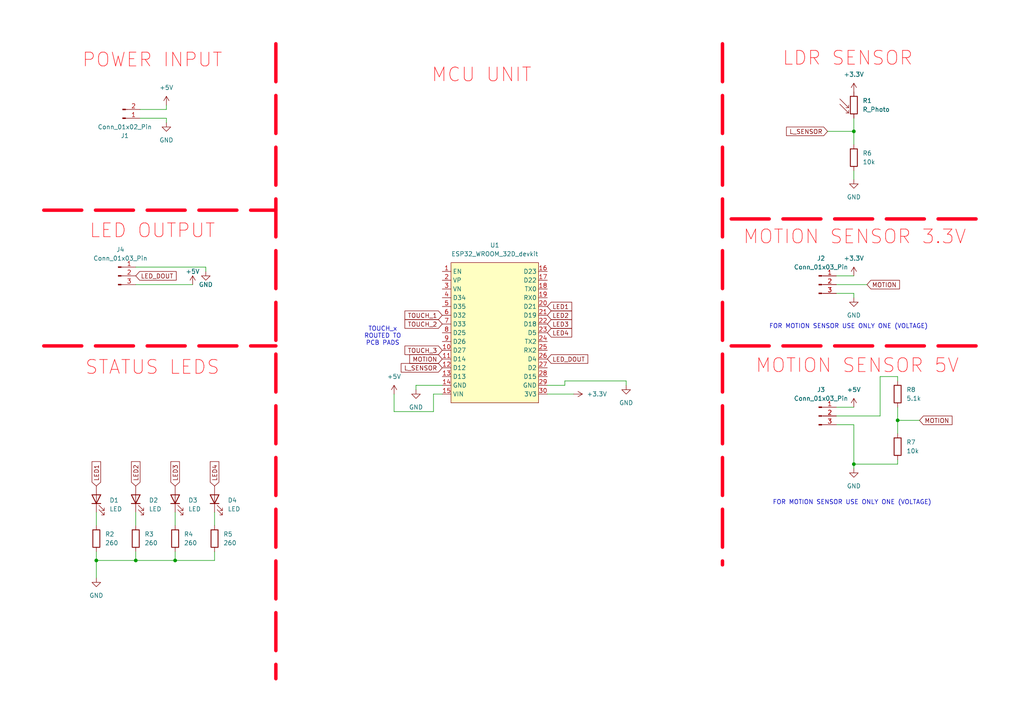
<source format=kicad_sch>
(kicad_sch (version 20231120) (generator "eeschema") (generator_version "8.0")
  (paper "A4")
  (lib_symbols
    (symbol "Connector:Conn_01x02_Pin" (pin_names (offset 1.016) hide)
      (property "Reference" "J" (at 0 2.54 0))
      (property "Value" "Conn_01x02_Pin" (at 0 -5.08 0))
      (symbol "Conn_01x02_Pin_1_1"
        (polyline (pts (xy 1.27 -2.54) (xy 0.8636 -2.54)) (stroke (width 0.1524)))
        (polyline (pts (xy 1.27 0) (xy 0.8636 0)) (stroke (width 0.1524)))
        (rectangle (start 0.8636 -2.413) (end 0 -2.667) (stroke (width 0.1524)) (fill (type outline)))
        (rectangle (start 0.8636 0.127) (end 0 -0.127) (stroke (width 0.1524)) (fill (type outline)))
        (pin passive line (at 5.08 0 180) (length 3.81) (name "Pin_1") (number "1"))
        (pin passive line (at 5.08 -2.54 180) (length 3.81) (name "Pin_2") (number "2"))
      )
    )
    (symbol "Connector:Conn_01x03_Pin" (pin_names (offset 1.016) hide)
      (property "Reference" "J" (at 0 5.08 0))
      (property "Value" "Conn_01x03_Pin" (at 0 -5.08 0))
      (symbol "Conn_01x03_Pin_1_1"
        (polyline (pts (xy 1.27 -2.54) (xy 0.8636 -2.54)) (stroke (width 0.1524)))
        (polyline (pts (xy 1.27 0) (xy 0.8636 0)) (stroke (width 0.1524)))
        (polyline (pts (xy 1.27 2.54) (xy 0.8636 2.54)) (stroke (width 0.1524)))
        (rectangle (start 0.8636 -2.413) (end 0 -2.667) (stroke (width 0.1524)) (fill (type outline)))
        (rectangle (start 0.8636 0.127) (end 0 -0.127) (stroke (width 0.1524)) (fill (type outline)))
        (rectangle (start 0.8636 2.667) (end 0 2.413) (stroke (width 0.1524)) (fill (type outline)))
        (pin passive line (at 5.08 2.54 180) (length 3.81) (name "Pin_1") (number "1"))
        (pin passive line (at 5.08 0 180) (length 3.81) (name "Pin_2") (number "2"))
        (pin passive line (at 5.08 -2.54 180) (length 3.81) (name "Pin_3") (number "3"))
      )
    )
    (symbol "Device:LED" (pin_numbers hide) (pin_names (offset 1.016) hide)
      (property "Reference" "D" (at 0 2.54 0))
      (property "Value" "LED" (at 0 -2.54 0))
      (symbol "LED_0_1"
        (polyline (pts (xy -1.27 -1.27) (xy -1.27 1.27)) (stroke (width 0.254)))
        (polyline (pts (xy -1.27 0) (xy 1.27 0)))
        (polyline (pts (xy 1.27 -1.27) (xy 1.27 1.27) (xy -1.27 0) (xy 1.27 -1.27)) (stroke (width 0.254)))
        (polyline (pts (xy -3.048 -0.762) (xy -4.572 -2.286) (xy -3.81 -2.286) (xy -4.572 -2.286) (xy -4.572 -1.524)))
        (polyline (pts (xy -1.778 -0.762) (xy -3.302 -2.286) (xy -2.54 -2.286) (xy -3.302 -2.286) (xy -3.302 -1.524)))
      )
      (symbol "LED_1_1"
        (pin passive line (at -3.81 0 0) (length 2.54) (name "K") (number "1"))
        (pin passive line (at 3.81 0 180) (length 2.54) (name "A") (number "2"))
      )
    )
    (symbol "Device:R" (pin_numbers hide) (pin_names (offset 0))
      (property "Reference" "R" (at 2.032 0 90))
      (property "Value" "R" (at 0 0 90))
      (symbol "R_0_1"
        (rectangle (start -1.016 -2.54) (end 1.016 2.54) (stroke (width 0.254)))
      )
      (symbol "R_1_1"
        (pin passive line (at 0 3.81 270) (length 1.27) (name "~") (number "1"))
        (pin passive line (at 0 -3.81 90) (length 1.27) (name "~") (number "2"))
      )
    )
    (symbol "Device:R_Photo" (pin_numbers hide) (pin_names (offset 0))
      (property "Reference" "R" (at 1.27 1.27 0))
      (property "Value" "R_Photo" (at 1.27 0 0))
      (symbol "R_Photo_0_1"
        (rectangle (start -1.016 2.54) (end 1.016 -2.54) (stroke (width 0.254)))
        (polyline (pts (xy -1.524 -2.286) (xy -4.064 0.254)))
        (polyline (pts (xy -1.524 -2.286) (xy -2.286 -2.286)))
        (polyline (pts (xy -1.524 -2.286) (xy -1.524 -1.524)))
        (polyline (pts (xy -1.524 -0.762) (xy -4.064 1.778)))
        (polyline (pts (xy -1.524 -0.762) (xy -2.286 -0.762)))
        (polyline (pts (xy -1.524 -0.762) (xy -1.524 0)))
      )
      (symbol "R_Photo_1_1"
        (pin passive line (at 0 3.81 270) (length 1.27) (name "~") (number "1"))
        (pin passive line (at 0 -3.81 90) (length 1.27) (name "~") (number "2"))
      )
    )
    (symbol "MojeSymbole:ESP32_WROOM_32D_devkit"
      (property "Reference" "U1" (at 0 2.54 0))
      (property "Value" "ESP32_WROOM_32D_devkit" (at 0 0 0))
      (symbol "ESP32_WROOM_32D_devkit_0_1"
        (rectangle (start -12.7 -2.54) (end 12.7 -43.18) (fill (type background)))
      )
      (symbol "ESP32_WROOM_32D_devkit_1_1"
        (pin input line (at -15.24 -5.08 0) (length 2.54) (name "EN") (number "1"))
        (pin bidirectional line (at -15.24 -27.94 0) (length 2.54) (name "D27") (number "10"))
        (pin bidirectional line (at -15.24 -30.48 0) (length 2.54) (name "D14") (number "11"))
        (pin bidirectional line (at -15.24 -33.02 0) (length 2.54) (name "D12") (number "12"))
        (pin bidirectional line (at -15.24 -35.56 0) (length 2.54) (name "D13") (number "13"))
        (pin input line (at -15.24 -38.1 0) (length 2.54) (name "GND") (number "14"))
        (pin input line (at -15.24 -40.64 0) (length 2.54) (name "VIN") (number "15"))
        (pin bidirectional line (at 15.24 -5.08 180) (length 2.54) (name "D23") (number "16"))
        (pin bidirectional line (at 15.24 -7.62 180) (length 2.54) (name "D22") (number "17"))
        (pin bidirectional line (at 15.24 -10.16 180) (length 2.54) (name "TX0") (number "18"))
        (pin bidirectional line (at 15.24 -12.7 180) (length 2.54) (name "RX0") (number "19"))
        (pin bidirectional line (at -15.24 -7.62 0) (length 2.54) (name "VP") (number "2"))
        (pin bidirectional line (at 15.24 -15.24 180) (length 2.54) (name "D21") (number "20"))
        (pin bidirectional line (at 15.24 -17.78 180) (length 2.54) (name "D19") (number "21"))
        (pin bidirectional line (at 15.24 -20.32 180) (length 2.54) (name "D18") (number "22"))
        (pin bidirectional line (at 15.24 -22.86 180) (length 2.54) (name "D5") (number "23"))
        (pin bidirectional line (at 15.24 -25.4 180) (length 2.54) (name "TX2") (number "24"))
        (pin bidirectional line (at 15.24 -27.94 180) (length 2.54) (name "RX2") (number "25"))
        (pin bidirectional line (at 15.24 -30.48 180) (length 2.54) (name "D4") (number "26"))
        (pin bidirectional line (at 15.24 -33.02 180) (length 2.54) (name "D2") (number "27"))
        (pin bidirectional line (at 15.24 -35.56 180) (length 2.54) (name "D15") (number "28"))
        (pin input line (at 15.24 -38.1 180) (length 2.54) (name "GND") (number "29"))
        (pin bidirectional line (at -15.24 -10.16 0) (length 2.54) (name "VN") (number "3"))
        (pin output line (at 15.24 -40.64 180) (length 2.54) (name "3V3") (number "30"))
        (pin bidirectional line (at -15.24 -12.7 0) (length 2.54) (name "D34") (number "4"))
        (pin bidirectional line (at -15.24 -15.24 0) (length 2.54) (name "D35") (number "5"))
        (pin bidirectional line (at -15.24 -17.78 0) (length 2.54) (name "D32") (number "6"))
        (pin bidirectional line (at -15.24 -20.32 0) (length 2.54) (name "D33") (number "7"))
        (pin bidirectional line (at -15.24 -22.86 0) (length 2.54) (name "D25") (number "8"))
        (pin bidirectional line (at -15.24 -25.4 0) (length 2.54) (name "D26") (number "9"))
      )
    )
    (symbol "power:+3.3V" (power) (pin_names (offset 0))
      (property "Value" "+3.3V" (at 0 3.556 0))
      (symbol "+3.3V_0_1"
        (polyline (pts (xy -0.762 1.27) (xy 0 2.54)))
        (polyline (pts (xy 0 0) (xy 0 2.54)))
        (polyline (pts (xy 0 2.54) (xy 0.762 1.27)))
      )
      (symbol "+3.3V_1_1"
        (pin power_in line (at 0 0 90) (length 0) hide (name "+3.3V") (number "1"))
      )
    )
    (symbol "power:+5V" (power) (pin_names (offset 0))
      (property "Value" "+5V" (at 0 3.556 0))
      (symbol "+5V_0_1"
        (polyline (pts (xy -0.762 1.27) (xy 0 2.54)))
        (polyline (pts (xy 0 0) (xy 0 2.54)))
        (polyline (pts (xy 0 2.54) (xy 0.762 1.27)))
      )
      (symbol "+5V_1_1"
        (pin power_in line (at 0 0 90) (length 0) hide (name "+5V") (number "1"))
      )
    )
    (symbol "power:GND" (power) (pin_names (offset 0))
      (property "Value" "GND" (at 0 -3.81 0))
      (symbol "GND_0_1"
        (polyline (pts (xy 0 0) (xy 0 -1.27) (xy 1.27 -1.27) (xy 0 -2.54) (xy -1.27 -1.27) (xy 0 -1.27)))
      )
      (symbol "GND_1_1"
        (pin power_in line (at 0 0 270) (length 0) hide (name "GND") (number "1"))
      )
    )
  )
  (junction (at 260.35 121.92))
  (junction (at 27.94 162.56))
  (junction (at 39.37 162.56))
  (junction (at 247.65 134.62))
  (junction (at 50.8 162.56))
  (junction (at 247.65 38.1))
  (wire (pts (xy 260.35 133.35) (xy 260.35 134.62)))
  (wire (pts (xy 181.61 111.76) (xy 181.61 110.49)))
  (wire (pts (xy 39.37 160.02) (xy 39.37 162.56)))
  (wire (pts (xy 50.8 160.02) (xy 50.8 162.56)))
  (wire (pts (xy 40.64 34.29) (xy 48.26 34.29)))
  (wire (pts (xy 27.94 148.59) (xy 27.94 152.4)))
  (wire (pts (xy 27.94 160.02) (xy 27.94 162.56)))
  (wire (pts (xy 125.73 119.38) (xy 125.73 114.3)))
  (wire (pts (xy 125.73 114.3) (xy 128.27 114.3)))
  (wire (pts (xy 125.73 119.38) (xy 114.3 119.38)))
  (wire (pts (xy 247.65 49.53) (xy 247.65 52.07)))
  (wire (pts (xy 242.57 120.65) (xy 255.27 120.65)))
  (wire (pts (xy 163.83 110.49) (xy 181.61 110.49)))
  (wire (pts (xy 48.26 30.48) (xy 48.26 31.75)))
  (wire (pts (xy 260.35 118.11) (xy 260.35 121.92)))
  (wire (pts (xy 163.83 111.76) (xy 158.75 111.76)))
  (wire (pts (xy 247.65 123.19) (xy 242.57 123.19)))
  (wire (pts (xy 50.8 148.59) (xy 50.8 152.4)))
  (wire (pts (xy 39.37 77.47) (xy 59.69 77.47)))
  (wire (pts (xy 242.57 118.11) (xy 247.65 118.11)))
  (polyline (pts (xy 212.09 100.33) (xy 287.02 100.33)) (stroke (width 1) (type dash) (color 255 0 30 1)))
  (wire (pts (xy 120.65 111.76) (xy 128.27 111.76)))
  (wire (pts (xy 255.27 120.65) (xy 255.27 109.22)))
  (polyline (pts (xy 12.7 100.33) (xy 80.01 100.33)) (stroke (width 1) (type dash) (color 255 0 30 1)))
  (wire (pts (xy 242.57 85.09) (xy 247.65 85.09)))
  (wire (pts (xy 40.64 31.75) (xy 48.26 31.75)))
  (wire (pts (xy 62.23 162.56) (xy 50.8 162.56)))
  (wire (pts (xy 48.26 34.29) (xy 48.26 35.56)))
  (wire (pts (xy 59.69 78.74) (xy 59.69 77.47)))
  (polyline (pts (xy 209.55 12.7) (xy 209.55 163.83)) (stroke (width 1) (type dash) (color 255 0 30 1)))
  (wire (pts (xy 260.35 121.92) (xy 266.7 121.92)))
  (polyline (pts (xy 212.09 63.5) (xy 287.02 63.5)) (stroke (width 1) (type dash) (color 255 0 30 1)))
  (wire (pts (xy 247.65 34.29) (xy 247.65 38.1)))
  (wire (pts (xy 247.65 134.62) (xy 247.65 135.89)))
  (wire (pts (xy 27.94 162.56) (xy 27.94 167.64)))
  (wire (pts (xy 247.65 38.1) (xy 247.65 41.91)))
  (wire (pts (xy 240.03 38.1) (xy 247.65 38.1)))
  (wire (pts (xy 260.35 121.92) (xy 260.35 125.73)))
  (wire (pts (xy 163.83 110.49) (xy 163.83 111.76)))
  (wire (pts (xy 260.35 109.22) (xy 260.35 110.49)))
  (polyline (pts (xy 80.01 12.7) (xy 80.01 196.85)) (stroke (width 1) (type dash) (color 255 0 30 1)))
  (wire (pts (xy 242.57 82.55) (xy 251.46 82.55)))
  (wire (pts (xy 255.27 109.22) (xy 260.35 109.22)))
  (wire (pts (xy 62.23 160.02) (xy 62.23 162.56)))
  (wire (pts (xy 50.8 162.56) (xy 39.37 162.56)))
  (wire (pts (xy 120.65 113.03) (xy 120.65 111.76)))
  (wire (pts (xy 260.35 134.62) (xy 247.65 134.62)))
  (wire (pts (xy 247.65 123.19) (xy 247.65 134.62)))
  (wire (pts (xy 39.37 82.55) (xy 55.88 82.55)))
  (polyline (pts (xy 12.7 60.96) (xy 80.01 60.96)) (stroke (width 1) (type dash) (color 255 0 30 1)))
  (wire (pts (xy 242.57 80.01) (xy 247.65 80.01)))
  (wire (pts (xy 114.3 119.38) (xy 114.3 114.3)))
  (wire (pts (xy 39.37 148.59) (xy 39.37 152.4)))
  (wire (pts (xy 158.75 114.3) (xy 166.37 114.3)))
  (wire (pts (xy 39.37 162.56) (xy 27.94 162.56)))
  (wire (pts (xy 62.23 148.59) (xy 62.23 152.4)))
  (wire (pts (xy 247.65 86.36) (xy 247.65 85.09)))
  (text "MOTION SENSOR 3.3V" (at 247.904 68.834 0) (effects (font (size 4 4))))
  (text "POWER INPUT" (at 44.196 17.526 0) (effects (font (size 4 4))))
  (text "FOR MOTION SENSOR USE ONLY ONE (VOLTAGE)" (at 246.126 94.742 0) (effects (font (size 1.27 1.27))))
  (text "FOR MOTION SENSOR USE ONLY ONE (VOLTAGE)" (at 247.142 145.796 0) (effects (font (size 1.27 1.27))))
  (text "TOUCH_x\nROUTED TO\nPCB PADS" (at 110.998 97.536 0) (effects (font (size 1.27 1.27))))
  (text "LED OUTPUT" (at 44.196 67.056 0) (effects (font (size 4 4))))
  (text "STATUS LEDS" (at 44.196 106.68 0) (effects (font (size 4 4))))
  (text "LDR SENSOR" (at 245.872 17.018 0) (effects (font (size 4 4))))
  (text "MCU UNIT" (at 139.7 21.844 0) (effects (font (size 4 4))))
  (text "MOTION SENSOR 5V" (at 248.666 106.172 0) (effects (font (size 4 4))))
  (global_label "TOUCH_2" (shape input) (at 128.27 93.98 180) (property "Intersheetrefs" "${INTERSHEET_REFS}" (effects (hide yes))))
  (global_label "L_SENSOR" (shape input) (at 128.27 106.68 180) (property "Intersheetrefs" "${INTERSHEET_REFS}" (effects (hide yes))))
  (global_label "LED_DOUT" (shape input) (at 158.75 104.14 0) (property "Intersheetrefs" "${INTERSHEET_REFS}" (effects (hide yes))))
  (global_label "MOTION" (shape input) (at 266.7 121.92 0) (property "Intersheetrefs" "${INTERSHEET_REFS}" (effects (hide yes))))
  (global_label "LED2" (shape input) (at 158.75 91.44 0) (property "Intersheetrefs" "${INTERSHEET_REFS}" (effects (hide yes))))
  (global_label "MOTION" (shape input) (at 128.27 104.14 180) (property "Intersheetrefs" "${INTERSHEET_REFS}" (effects (hide yes))))
  (global_label "LED4" (shape input) (at 158.75 96.52 0) (property "Intersheetrefs" "${INTERSHEET_REFS}" (effects (hide yes))))
  (global_label "TOUCH_3" (shape input) (at 128.27 101.6 180) (property "Intersheetrefs" "${INTERSHEET_REFS}" (effects (hide yes))))
  (global_label "LED1" (shape input) (at 158.75 88.9 0) (property "Intersheetrefs" "${INTERSHEET_REFS}" (effects (hide yes))))
  (global_label "L_SENSOR" (shape input) (at 240.03 38.1 180) (property "Intersheetrefs" "${INTERSHEET_REFS}" (effects (hide yes))))
  (global_label "MOTION" (shape input) (at 251.46 82.55 0) (property "Intersheetrefs" "${INTERSHEET_REFS}" (effects (hide yes))))
  (global_label "LED_DOUT" (shape input) (at 39.37 80.01 0) (property "Intersheetrefs" "${INTERSHEET_REFS}" (effects (hide yes))))
  (global_label "LED3" (shape input) (at 50.8 140.97 90) (property "Intersheetrefs" "${INTERSHEET_REFS}" (effects (hide yes))))
  (global_label "LED2" (shape input) (at 39.37 140.97 90) (property "Intersheetrefs" "${INTERSHEET_REFS}" (effects (hide yes))))
  (global_label "LED1" (shape input) (at 27.94 140.97 90) (property "Intersheetrefs" "${INTERSHEET_REFS}" (effects (hide yes))))
  (global_label "LED3" (shape input) (at 158.75 93.98 0) (property "Intersheetrefs" "${INTERSHEET_REFS}" (effects (hide yes))))
  (global_label "LED4" (shape input) (at 62.23 140.97 90) (property "Intersheetrefs" "${INTERSHEET_REFS}" (effects (hide yes))))
  (global_label "TOUCH_1" (shape input) (at 128.27 91.44 180) (property "Intersheetrefs" "${INTERSHEET_REFS}" (effects (hide yes))))
  (symbol (lib_id "Connector:Conn_01x03_Pin") (at 34.29 80.01 0) (unit 1)
    (property "Reference" "J4" (at 34.925 72.39 0))
    (property "Value" "Conn_01x03_Pin" (at 34.925 74.93 0))
    (property "Footprint" "Connector_Phoenix_MC_HighVoltage:PhoenixContact_MCV_1,5_3-G-5.08_1x03_P5.08mm_Vertical" (effects (hide yes)))
  )
  (symbol (lib_id "power:+5V") (at 114.3 114.3 0) (unit 1)
    (property "Reference" "#PWR03" (effects (hide yes)))
    (property "Value" "+5V" (at 114.3 109.22 0))
  )
  (symbol (lib_id "Device:LED") (at 27.94 144.78 90) (unit 1)
    (property "Reference" "D1" (at 31.75 145.0975 90) (effects (justify right)))
    (property "Value" "LED" (at 31.75 147.6375 90) (effects (justify right)))
    (property "Footprint" "LED_THT:LED_D5.0mm_Clear" (effects (hide yes)))
  )
  (symbol (lib_id "power:GND") (at 48.26 35.56 0) (unit 1)
    (property "Reference" "#PWR01" (effects (hide yes)))
    (property "Value" "GND" (at 48.26 40.64 0))
  )
  (symbol (lib_id "Connector:Conn_01x03_Pin") (at 237.49 120.65 0) (unit 1)
    (property "Reference" "J3" (at 238.125 113.03 0))
    (property "Value" "Conn_01x03_Pin" (at 238.125 115.57 0))
    (property "Footprint" "Connector_PinHeader_2.54mm:PinHeader_1x03_P2.54mm_Vertical" (effects (hide yes)))
  )
  (symbol (lib_id "Device:LED") (at 62.23 144.78 90) (unit 1)
    (property "Reference" "D4" (at 66.04 145.0975 90) (effects (justify right)))
    (property "Value" "LED" (at 66.04 147.6375 90) (effects (justify right)))
    (property "Footprint" "LED_THT:LED_D5.0mm_Clear" (effects (hide yes)))
  )
  (symbol (lib_id "power:+5V") (at 247.65 118.11 0) (unit 1)
    (property "Reference" "#PWR012" (effects (hide yes)))
    (property "Value" "+5V" (at 247.65 113.03 0))
  )
  (symbol (lib_id "power:+3.3V") (at 166.37 114.3 270) (unit 1)
    (property "Reference" "#PWR07" (effects (hide yes)))
    (property "Value" "+3.3V" (at 170.18 114.3 90) (effects (justify left)))
  )
  (symbol (lib_id "power:GND") (at 247.65 52.07 0) (unit 1)
    (property "Reference" "#PWR09" (effects (hide yes)))
    (property "Value" "GND" (at 247.65 57.15 0))
  )
  (symbol (lib_id "power:+3.3V") (at 247.65 26.67 0) (unit 1)
    (property "Reference" "#PWR08" (effects (hide yes)))
    (property "Value" "+3.3V" (at 247.65 21.59 0))
  )
  (symbol (lib_id "Device:R") (at 39.37 156.21 0) (unit 1)
    (property "Reference" "R3" (at 41.91 154.94 0) (effects (justify left)))
    (property "Value" "260" (at 41.91 157.48 0) (effects (justify left)))
    (property "Footprint" "Resistor_THT:R_Axial_DIN0207_L6.3mm_D2.5mm_P10.16mm_Horizontal" (effects (hide yes)))
  )
  (symbol (lib_id "Device:R") (at 260.35 129.54 0) (unit 1)
    (property "Reference" "R7" (at 262.89 128.27 0) (effects (justify left)))
    (property "Value" "10k" (at 262.89 130.81 0) (effects (justify left)))
    (property "Footprint" "Resistor_THT:R_Axial_DIN0207_L6.3mm_D2.5mm_P10.16mm_Horizontal" (effects (hide yes)))
  )
  (symbol (lib_id "power:GND") (at 247.65 135.89 0) (unit 1)
    (property "Reference" "#PWR013" (effects (hide yes)))
    (property "Value" "GND" (at 247.65 140.97 0))
  )
  (symbol (lib_id "power:GND") (at 247.65 86.36 0) (unit 1)
    (property "Reference" "#PWR011" (effects (hide yes)))
    (property "Value" "GND" (at 247.65 91.44 0))
  )
  (symbol (lib_id "Device:R") (at 27.94 156.21 0) (unit 1)
    (property "Reference" "R2" (at 30.48 154.94 0) (effects (justify left)))
    (property "Value" "260" (at 30.48 157.48 0) (effects (justify left)))
    (property "Footprint" "Resistor_THT:R_Axial_DIN0207_L6.3mm_D2.5mm_P10.16mm_Horizontal" (effects (hide yes)))
  )
  (symbol (lib_id "power:GND") (at 181.61 111.76 0) (unit 1)
    (property "Reference" "#PWR05" (effects (hide yes)))
    (property "Value" "GND" (at 181.61 116.84 0))
  )
  (symbol (lib_id "Device:LED") (at 39.37 144.78 90) (unit 1)
    (property "Reference" "D2" (at 43.18 145.0975 90) (effects (justify right)))
    (property "Value" "LED" (at 43.18 147.6375 90) (effects (justify right)))
    (property "Footprint" "LED_THT:LED_D5.0mm_Clear" (effects (hide yes)))
  )
  (symbol (lib_id "power:GND") (at 27.94 167.64 0) (unit 1)
    (property "Reference" "#PWR06" (effects (hide yes)))
    (property "Value" "GND" (at 27.94 172.72 0))
  )
  (symbol (lib_id "MojeSymbole:ESP32_WROOM_32D_devkit") (at 143.51 73.66 0) (unit 1)
    (property "Reference" "U1" (at 143.51 71.12 0))
    (property "Value" "ESP32_WROOM_32D_devkit" (at 143.51 73.66 0))
    (property "Footprint" "MojeFootprinty:ESP32_WROOM_DEV_30PIN" (effects (hide yes)))
  )
  (symbol (lib_id "Connector:Conn_01x03_Pin") (at 237.49 82.55 0) (unit 1)
    (property "Reference" "J2" (at 238.125 74.93 0))
    (property "Value" "Conn_01x03_Pin" (at 238.125 77.47 0))
    (property "Footprint" "Connector_PinHeader_2.54mm:PinHeader_1x03_P2.54mm_Vertical" (effects (hide yes)))
  )
  (symbol (lib_id "Device:R") (at 62.23 156.21 0) (unit 1)
    (property "Reference" "R5" (at 64.77 154.94 0) (effects (justify left)))
    (property "Value" "260" (at 64.77 157.48 0) (effects (justify left)))
    (property "Footprint" "Resistor_THT:R_Axial_DIN0207_L6.3mm_D2.5mm_P10.16mm_Horizontal" (effects (hide yes)))
  )
  (symbol (lib_id "Connector:Conn_01x02_Pin") (at 35.56 34.29 0) (mirror x) (unit 1)
    (property "Reference" "J1" (at 36.195 39.37 0))
    (property "Value" "Conn_01x02_Pin" (at 36.195 36.83 0))
    (property "Footprint" "Connector_AMASS:AMASS_XT30UPB-M_1x02_P5.0mm_Vertical" (effects (hide yes)))
  )
  (symbol (lib_id "Device:R") (at 247.65 45.72 0) (unit 1)
    (property "Reference" "R6" (at 250.19 44.45 0) (effects (justify left)))
    (property "Value" "10k" (at 250.19 46.99 0) (effects (justify left)))
    (property "Footprint" "Resistor_THT:R_Axial_DIN0207_L6.3mm_D2.5mm_P10.16mm_Horizontal" (effects (hide yes)))
  )
  (symbol (lib_id "power:+5V") (at 55.88 82.55 0) (unit 1)
    (property "Reference" "#PWR015" (effects (hide yes)))
    (property "Value" "+5V" (at 55.88 78.74 0))
  )
  (symbol (lib_id "power:+5V") (at 48.26 30.48 0) (unit 1)
    (property "Reference" "#PWR02" (effects (hide yes)))
    (property "Value" "+5V" (at 48.26 25.4 0))
  )
  (symbol (lib_id "Device:R") (at 50.8 156.21 0) (unit 1)
    (property "Reference" "R4" (at 53.34 154.94 0) (effects (justify left)))
    (property "Value" "260" (at 53.34 157.48 0) (effects (justify left)))
    (property "Footprint" "Resistor_THT:R_Axial_DIN0207_L6.3mm_D2.5mm_P10.16mm_Horizontal" (effects (hide yes)))
  )
  (symbol (lib_id "power:GND") (at 120.65 113.03 0) (unit 1)
    (property "Reference" "#PWR04" (effects (hide yes)))
    (property "Value" "GND" (at 120.65 118.11 0))
  )
  (symbol (lib_id "power:GND") (at 59.69 78.74 0) (unit 1)
    (property "Reference" "#PWR014" (effects (hide yes)))
    (property "Value" "GND" (at 59.69 82.55 0))
  )
  (symbol (lib_id "Device:LED") (at 50.8 144.78 90) (unit 1)
    (property "Reference" "D3" (at 54.61 145.0975 90) (effects (justify right)))
    (property "Value" "LED" (at 54.61 147.6375 90) (effects (justify right)))
    (property "Footprint" "LED_THT:LED_D5.0mm_Clear" (effects (hide yes)))
  )
  (symbol (lib_id "Device:R") (at 260.35 114.3 0) (unit 1)
    (property "Reference" "R8" (at 262.89 113.03 0) (effects (justify left)))
    (property "Value" "5.1k" (at 262.89 115.57 0) (effects (justify left)))
    (property "Footprint" "Resistor_THT:R_Axial_DIN0207_L6.3mm_D2.5mm_P10.16mm_Horizontal" (effects (hide yes)))
  )
  (symbol (lib_id "power:+3.3V") (at 247.65 80.01 0) (unit 1)
    (property "Reference" "#PWR010" (effects (hide yes)))
    (property "Value" "+3.3V" (at 247.65 74.93 0))
  )
  (symbol (lib_id "Device:R_Photo") (at 247.65 30.48 0) (unit 1)
    (property "Reference" "R1" (at 250.19 29.21 0) (effects (justify left)))
    (property "Value" "R_Photo" (at 250.19 31.75 0) (effects (justify left)))
    (property "Footprint" "OptoDevice:R_LDR_5.0x4.1mm_P3mm_Vertical" (effects (hide yes)))
  )
)
</source>
